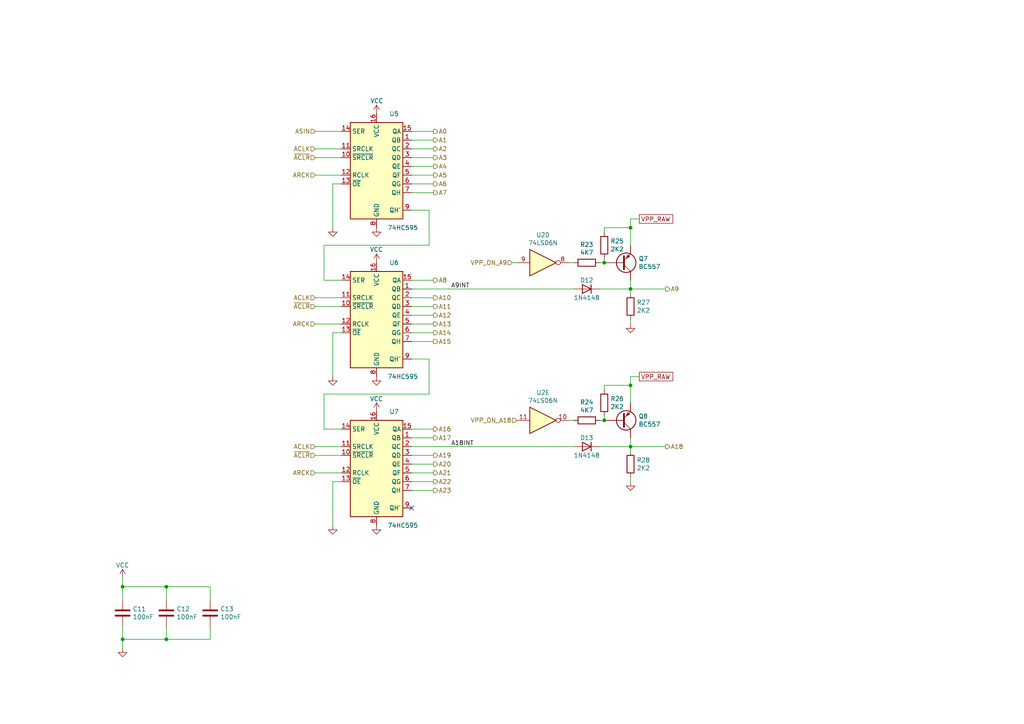
<source format=kicad_sch>
(kicad_sch (version 20211123) (generator eeschema)
  (paper "A4")
  (title_block (title "USB Flash/EPROM Programmer") (date "2022-04-27") (rev "v0.1.0 rev.E") (company "Robson Martins") (comment 1 "https://usbflashprog.robsonmartins.com"))
  (lib_symbols
    (symbol "74xx:74HC595"
      (property "Reference" "U" (at -7.62 13.97 0))
      (property "Value" "74HC595" (at -7.62 -16.51 0))
      (symbol "74HC595_1_0"
        (pin tri_state line (at 10.16 7.62 180) (length 2.54) (name "QB") (number "1"))
        (pin input line (at -10.16 2.54 0) (length 2.54) (name "~{SRCLR}") (number "10"))
        (pin input line (at -10.16 5.08 0) (length 2.54) (name "SRCLK") (number "11"))
        (pin input line (at -10.16 -2.54 0) (length 2.54) (name "RCLK") (number "12"))
        (pin input line (at -10.16 -5.08 0) (length 2.54) (name "~{OE}") (number "13"))
        (pin input line (at -10.16 10.16 0) (length 2.54) (name "SER") (number "14"))
        (pin tri_state line (at 10.16 10.16 180) (length 2.54) (name "QA") (number "15"))
        (pin power_in line (at 0 15.24 270) (length 2.54) (name "VCC") (number "16"))
        (pin tri_state line (at 10.16 5.08 180) (length 2.54) (name "QC") (number "2"))
        (pin tri_state line (at 10.16 2.54 180) (length 2.54) (name "QD") (number "3"))
        (pin tri_state line (at 10.16 0 180) (length 2.54) (name "QE") (number "4"))
        (pin tri_state line (at 10.16 -2.54 180) (length 2.54) (name "QF") (number "5"))
        (pin tri_state line (at 10.16 -5.08 180) (length 2.54) (name "QG") (number "6"))
        (pin tri_state line (at 10.16 -7.62 180) (length 2.54) (name "QH") (number "7"))
        (pin power_in line (at 0 -17.78 90) (length 2.54) (name "GND") (number "8"))
        (pin output line (at 10.16 -12.7 180) (length 2.54) (name "QH'") (number "9"))
      )
      (symbol "74HC595_1_1"
        (rectangle (start -7.62 12.7) (end 7.62 -15.24) (stroke (width 0.254)) (fill (type background)))
      )
    )
    (symbol "74xx:74LS06N" (pin_names (offset 1.016))
      (property "Reference" "U" (at 0 1.27 0))
      (property "Value" "74LS06N" (at 0 -1.27 0))
      (symbol "74LS06N_1_0"
        (polyline (pts (xy -3.81 3.81) (xy -3.81 -3.81) (xy 3.81 0) (xy -3.81 3.81)) (stroke (width 0.254)) (fill (type background)))
        (pin input line (at -7.62 0 0) (length 3.81) (name "~") (number "1"))
        (pin open_collector inverted (at 7.62 0 180) (length 3.81) (name "~") (number "2"))
      )
      (symbol "74LS06N_2_0"
        (polyline (pts (xy -3.81 3.81) (xy -3.81 -3.81) (xy 3.81 0) (xy -3.81 3.81)) (stroke (width 0.254)) (fill (type background)))
        (pin input line (at -7.62 0 0) (length 3.81) (name "~") (number "3"))
        (pin open_collector inverted (at 7.62 0 180) (length 3.81) (name "~") (number "4"))
      )
      (symbol "74LS06N_3_0"
        (polyline (pts (xy -3.81 3.81) (xy -3.81 -3.81) (xy 3.81 0) (xy -3.81 3.81)) (stroke (width 0.254)) (fill (type background)))
        (pin input line (at -7.62 0 0) (length 3.81) (name "~") (number "5"))
        (pin open_collector inverted (at 7.62 0 180) (length 3.81) (name "~") (number "6"))
      )
      (symbol "74LS06N_4_0"
        (polyline (pts (xy -3.81 3.81) (xy -3.81 -3.81) (xy 3.81 0) (xy -3.81 3.81)) (stroke (width 0.254)) (fill (type background)))
        (pin open_collector inverted (at 7.62 0 180) (length 3.81) (name "~") (number "8"))
        (pin input line (at -7.62 0 0) (length 3.81) (name "~") (number "9"))
      )
      (symbol "74LS06N_5_0"
        (polyline (pts (xy -3.81 3.81) (xy -3.81 -3.81) (xy 3.81 0) (xy -3.81 3.81)) (stroke (width 0.254)) (fill (type background)))
        (pin open_collector inverted (at 7.62 0 180) (length 3.81) (name "~") (number "10"))
        (pin input line (at -7.62 0 0) (length 3.81) (name "~") (number "11"))
      )
      (symbol "74LS06N_6_0"
        (polyline (pts (xy -3.81 3.81) (xy -3.81 -3.81) (xy 3.81 0) (xy -3.81 3.81)) (stroke (width 0.254)) (fill (type background)))
        (pin open_collector inverted (at 7.62 0 180) (length 3.81) (name "~") (number "12"))
        (pin input line (at -7.62 0 0) (length 3.81) (name "~") (number "13"))
      )
      (symbol "74LS06N_7_0"
        (pin power_in line (at 0 12.7 270) (length 5.08) (name "VCC") (number "14"))
        (pin power_in line (at 0 -12.7 90) (length 5.08) (name "GND") (number "7"))
      )
      (symbol "74LS06N_7_1"
        (rectangle (start -5.08 7.62) (end 5.08 -7.62) (stroke (width 0.254)) (fill (type background)))
      )
    )
    (symbol "BC557_1" (pin_numbers hide) (pin_names (offset 0) hide)
      (property "Reference" "Q" (at 5.08 1.905 0))
      (property "Value" "BC557_1" (at 5.08 0 0))
      (symbol "BC557_1_0_1"
        (polyline (pts (xy 0.635 0.635) (xy 2.54 2.54)))
        (polyline (pts (xy 0.635 -0.635) (xy 2.54 -2.54) (xy 2.54 -2.54)))
        (polyline (pts (xy 0.635 1.905) (xy 0.635 -1.905) (xy 0.635 -1.905)) (stroke (width 0.508)))
        (polyline (pts (xy 2.286 -1.778) (xy 1.778 -2.286) (xy 1.27 -1.27) (xy 2.286 -1.778) (xy 2.286 -1.778)) (fill (type outline)))
        (circle (center 1.27 0) (radius 2.8194) (stroke (width 0.254)))
      )
      (symbol "BC557_1_1_1"
        (pin passive line (at 2.54 5.08 270) (length 2.54) (name "C") (number "1"))
        (pin input line (at -5.08 0 0) (length 5.715) (name "B") (number "2"))
        (pin passive line (at 2.54 -5.08 90) (length 2.54) (name "E") (number "3"))
      )
    )
    (symbol "Device:C" (pin_numbers hide) (pin_names (offset 0.254))
      (property "Reference" "C" (at 0.635 2.54 0))
      (property "Value" "C" (at 0.635 -2.54 0))
      (symbol "C_0_1"
        (polyline (pts (xy -2.032 -0.762) (xy 2.032 -0.762)) (stroke (width 0.508)))
        (polyline (pts (xy -2.032 0.762) (xy 2.032 0.762)) (stroke (width 0.508)))
      )
      (symbol "C_1_1"
        (pin passive line (at 0 3.81 270) (length 2.794) (name "~") (number "1"))
        (pin passive line (at 0 -3.81 90) (length 2.794) (name "~") (number "2"))
      )
    )
    (symbol "Device:R" (pin_numbers hide) (pin_names (offset 0))
      (property "Reference" "R" (at 2.032 0 90))
      (property "Value" "R" (at 0 0 90))
      (symbol "R_0_1"
        (rectangle (start -1.016 -2.54) (end 1.016 2.54) (stroke (width 0.254)))
      )
      (symbol "R_1_1"
        (pin passive line (at 0 3.81 270) (length 1.27) (name "~") (number "1"))
        (pin passive line (at 0 -3.81 90) (length 1.27) (name "~") (number "2"))
      )
    )
    (symbol "Diode:1N4148" (pin_numbers hide) (pin_names (offset 1.016) hide)
      (property "Reference" "D" (at 0 2.54 0))
      (property "Value" "1N4148" (at 0 -2.54 0))
      (symbol "1N4148_0_1"
        (polyline (pts (xy -1.27 1.27) (xy -1.27 -1.27)) (stroke (width 0.254)))
        (polyline (pts (xy 1.27 0) (xy -1.27 0)))
        (polyline (pts (xy 1.27 1.27) (xy 1.27 -1.27) (xy -1.27 0) (xy 1.27 1.27)) (stroke (width 0.254)))
      )
      (symbol "1N4148_1_1"
        (pin passive line (at -3.81 0 0) (length 2.54) (name "K") (number "1"))
        (pin passive line (at 3.81 0 180) (length 2.54) (name "A") (number "2"))
      )
    )
    (symbol "Transistor_BJT:BC557" (pin_numbers hide) (pin_names (offset 0) hide)
      (property "Reference" "Q" (at 5.08 1.905 0))
      (property "Value" "BC557" (at 5.08 0 0))
      (symbol "BC557_0_1"
        (polyline (pts (xy 0.635 0.635) (xy 2.54 2.54)))
        (polyline (pts (xy 0.635 -0.635) (xy 2.54 -2.54) (xy 2.54 -2.54)))
        (polyline (pts (xy 0.635 1.905) (xy 0.635 -1.905) (xy 0.635 -1.905)) (stroke (width 0.508)))
        (polyline (pts (xy 2.286 -1.778) (xy 1.778 -2.286) (xy 1.27 -1.27) (xy 2.286 -1.778) (xy 2.286 -1.778)) (fill (type outline)))
        (circle (center 1.27 0) (radius 2.8194) (stroke (width 0.254)))
      )
      (symbol "BC557_1_1"
        (pin passive line (at 2.54 5.08 270) (length 2.54) (name "C") (number "1"))
        (pin input line (at -5.08 0 0) (length 5.715) (name "B") (number "2"))
        (pin passive line (at 2.54 -5.08 90) (length 2.54) (name "E") (number "3"))
      )
    )
    (symbol "power:GND" (power) (pin_names (offset 0))
      (property "Value" "GND" (at 0 -3.81 0))
      (symbol "GND_0_1"
        (polyline (pts (xy 0 0) (xy 0 -1.27) (xy 1.27 -1.27) (xy 0 -2.54) (xy -1.27 -1.27) (xy 0 -1.27)))
      )
      (symbol "GND_1_1"
        (pin power_in line (at 0 0 270) (length 0) hide (name "GND") (number "1"))
      )
    )
    (symbol "power:VCC" (power) (pin_names (offset 0))
      (property "Value" "VCC" (at 0 3.81 0))
      (symbol "VCC_0_1"
        (polyline (pts (xy -0.762 1.27) (xy 0 2.54)))
        (polyline (pts (xy 0 0) (xy 0 2.54)))
        (polyline (pts (xy 0 2.54) (xy 0.762 1.27)))
      )
      (symbol "VCC_1_1"
        (pin power_in line (at 0 0 90) (length 0) hide (name "VCC") (number "1"))
      )
    )
  )
  (junction (at 48.26 185.42))
  (junction (at 35.56 185.42))
  (junction (at 182.88 83.82))
  (junction (at 175.26 76.2))
  (junction (at 35.56 170.18))
  (junction (at 182.88 129.54))
  (junction (at 48.26 170.18))
  (junction (at 175.26 121.92))
  (junction (at 182.88 66.04))
  (junction (at 182.88 111.76))
  (no_connect (at 119.38 147.32))
  (wire (pts (xy 119.38 91.44) (xy 125.73 91.44)))
  (wire (pts (xy 119.38 129.54) (xy 166.37 129.54)))
  (wire (pts (xy 119.38 142.24) (xy 125.73 142.24)))
  (wire (pts (xy 119.38 134.62) (xy 125.73 134.62)))
  (wire (pts (xy 119.38 86.36) (xy 125.73 86.36)))
  (wire (pts (xy 119.38 55.88) (xy 125.73 55.88)))
  (wire (pts (xy 119.38 124.46) (xy 125.73 124.46)))
  (wire (pts (xy 119.38 43.18) (xy 125.73 43.18)))
  (wire (pts (xy 173.99 121.92) (xy 175.26 121.92)))
  (wire (pts (xy 124.46 71.12) (xy 124.46 60.96)))
  (wire (pts (xy 96.52 96.52) (xy 99.06 96.52)))
  (wire (pts (xy 91.44 132.08) (xy 99.06 132.08)))
  (wire (pts (xy 96.52 109.22) (xy 96.52 96.52)))
  (wire (pts (xy 175.26 111.76) (xy 182.88 111.76)))
  (wire (pts (xy 182.88 129.54) (xy 182.88 130.81)))
  (wire (pts (xy 93.98 71.12) (xy 124.46 71.12)))
  (wire (pts (xy 119.38 38.1) (xy 125.73 38.1)))
  (wire (pts (xy 35.56 187.96) (xy 35.56 185.42)))
  (wire (pts (xy 60.96 185.42) (xy 60.96 181.61)))
  (wire (pts (xy 119.38 93.98) (xy 125.73 93.98)))
  (wire (pts (xy 91.44 86.36) (xy 99.06 86.36)))
  (wire (pts (xy 35.56 170.18) (xy 35.56 167.64)))
  (wire (pts (xy 119.38 127) (xy 125.73 127)))
  (wire (pts (xy 91.44 129.54) (xy 99.06 129.54)))
  (wire (pts (xy 182.88 138.43) (xy 182.88 139.7)))
  (wire (pts (xy 173.99 129.54) (xy 182.88 129.54)))
  (wire (pts (xy 35.56 170.18) (xy 48.26 170.18)))
  (wire (pts (xy 182.88 83.82) (xy 193.04 83.82)))
  (wire (pts (xy 119.38 137.16) (xy 125.73 137.16)))
  (wire (pts (xy 124.46 60.96) (xy 119.38 60.96)))
  (wire (pts (xy 60.96 173.99) (xy 60.96 170.18)))
  (wire (pts (xy 175.26 66.04) (xy 182.88 66.04)))
  (wire (pts (xy 93.98 124.46) (xy 99.06 124.46)))
  (wire (pts (xy 35.56 185.42) (xy 35.56 181.61)))
  (wire (pts (xy 93.98 114.3) (xy 93.98 124.46)))
  (wire (pts (xy 119.38 45.72) (xy 125.73 45.72)))
  (wire (pts (xy 35.56 173.99) (xy 35.56 170.18)))
  (wire (pts (xy 175.26 113.03) (xy 175.26 111.76)))
  (wire (pts (xy 182.88 111.76) (xy 182.88 109.22)))
  (wire (pts (xy 119.38 88.9) (xy 125.73 88.9)))
  (wire (pts (xy 182.88 83.82) (xy 182.88 85.09)))
  (wire (pts (xy 91.44 50.8) (xy 99.06 50.8)))
  (wire (pts (xy 91.44 93.98) (xy 99.06 93.98)))
  (wire (pts (xy 119.38 83.82) (xy 166.37 83.82)))
  (wire (pts (xy 119.38 53.34) (xy 125.73 53.34)))
  (wire (pts (xy 35.56 185.42) (xy 48.26 185.42)))
  (wire (pts (xy 148.59 76.2) (xy 149.86 76.2)))
  (wire (pts (xy 48.26 173.99) (xy 48.26 170.18)))
  (wire (pts (xy 96.52 152.4) (xy 96.52 139.7)))
  (wire (pts (xy 91.44 137.16) (xy 99.06 137.16)))
  (wire (pts (xy 175.26 120.65) (xy 175.26 121.92)))
  (wire (pts (xy 99.06 81.28) (xy 93.98 81.28)))
  (wire (pts (xy 182.88 111.76) (xy 182.88 116.84)))
  (wire (pts (xy 119.38 104.14) (xy 124.46 104.14)))
  (wire (pts (xy 91.44 38.1) (xy 99.06 38.1)))
  (wire (pts (xy 173.99 76.2) (xy 175.26 76.2)))
  (wire (pts (xy 165.1 76.2) (xy 166.37 76.2)))
  (wire (pts (xy 91.44 43.18) (xy 99.06 43.18)))
  (wire (pts (xy 119.38 40.64) (xy 125.73 40.64)))
  (wire (pts (xy 119.38 50.8) (xy 125.73 50.8)))
  (wire (pts (xy 119.38 132.08) (xy 125.73 132.08)))
  (wire (pts (xy 91.44 45.72) (xy 99.06 45.72)))
  (wire (pts (xy 119.38 96.52) (xy 125.73 96.52)))
  (wire (pts (xy 96.52 53.34) (xy 99.06 53.34)))
  (wire (pts (xy 119.38 139.7) (xy 125.73 139.7)))
  (wire (pts (xy 91.44 88.9) (xy 99.06 88.9)))
  (wire (pts (xy 48.26 181.61) (xy 48.26 185.42)))
  (wire (pts (xy 165.1 121.92) (xy 166.37 121.92)))
  (wire (pts (xy 173.99 83.82) (xy 182.88 83.82)))
  (wire (pts (xy 182.88 66.04) (xy 182.88 63.5)))
  (wire (pts (xy 182.88 92.71) (xy 182.88 93.98)))
  (wire (pts (xy 119.38 48.26) (xy 125.73 48.26)))
  (wire (pts (xy 175.26 74.93) (xy 175.26 76.2)))
  (wire (pts (xy 48.26 185.42) (xy 60.96 185.42)))
  (wire (pts (xy 124.46 104.14) (xy 124.46 114.3)))
  (wire (pts (xy 93.98 81.28) (xy 93.98 71.12)))
  (wire (pts (xy 182.88 109.22) (xy 185.42 109.22)))
  (wire (pts (xy 96.52 139.7) (xy 99.06 139.7)))
  (wire (pts (xy 175.26 67.31) (xy 175.26 66.04)))
  (wire (pts (xy 182.88 127) (xy 182.88 129.54)))
  (wire (pts (xy 48.26 170.18) (xy 60.96 170.18)))
  (wire (pts (xy 182.88 129.54) (xy 193.04 129.54)))
  (wire (pts (xy 96.52 66.04) (xy 96.52 53.34)))
  (wire (pts (xy 119.38 99.06) (xy 125.73 99.06)))
  (wire (pts (xy 119.38 81.28) (xy 125.73 81.28)))
  (wire (pts (xy 182.88 81.28) (xy 182.88 83.82)))
  (wire (pts (xy 182.88 63.5) (xy 185.42 63.5)))
  (wire (pts (xy 182.88 66.04) (xy 182.88 71.12)))
  (wire (pts (xy 124.46 114.3) (xy 93.98 114.3)))
  (label "A18INT" (at 130.81 129.54 0))
  (label "A9INT" (at 130.81 83.82 0))
  (global_label "VPP_RAW" (shape passive) (at 185.42 109.22 0) (property "Intersheet References" "${INTERSHEET_REFS}" (effects hide)))
  (global_label "VPP_RAW" (shape passive) (at 185.42 63.5 0) (property "Intersheet References" "${INTERSHEET_REFS}" (effects hide)))
  (hierarchical_label "A4" (shape output) (at 125.73 48.26 0))
  (hierarchical_label "ACLK" (shape input) (at 91.44 86.36 180))
  (hierarchical_label "A1" (shape output) (at 125.73 40.64 0))
  (hierarchical_label "ARCK" (shape input) (at 91.44 137.16 180))
  (hierarchical_label "A23" (shape output) (at 125.73 142.24 0))
  (hierarchical_label "~{ACLR}" (shape input) (at 91.44 45.72 180))
  (hierarchical_label "ASIN" (shape input) (at 91.44 38.1 180))
  (hierarchical_label "ARCK" (shape input) (at 91.44 93.98 180))
  (hierarchical_label "ARCK" (shape input) (at 91.44 50.8 180))
  (hierarchical_label "A14" (shape output) (at 125.73 96.52 0))
  (hierarchical_label "A12" (shape output) (at 125.73 91.44 0))
  (hierarchical_label "A9" (shape output) (at 193.04 83.82 0))
  (hierarchical_label "A19" (shape output) (at 125.73 132.08 0))
  (hierarchical_label "A11" (shape output) (at 125.73 88.9 0))
  (hierarchical_label "A10" (shape output) (at 125.73 86.36 0))
  (hierarchical_label "A6" (shape output) (at 125.73 53.34 0))
  (hierarchical_label "VPP_ON_A18" (shape input) (at 149.86 121.92 180))
  (hierarchical_label "A21" (shape output) (at 125.73 137.16 0))
  (hierarchical_label "A18" (shape output) (at 193.04 129.54 0))
  (hierarchical_label "~{ACLR}" (shape input) (at 91.44 132.08 180))
  (hierarchical_label "A5" (shape output) (at 125.73 50.8 0))
  (hierarchical_label "A22" (shape output) (at 125.73 139.7 0))
  (hierarchical_label "A3" (shape output) (at 125.73 45.72 0))
  (hierarchical_label "A0" (shape output) (at 125.73 38.1 0))
  (hierarchical_label "A16" (shape output) (at 125.73 124.46 0))
  (hierarchical_label "A20" (shape output) (at 125.73 134.62 0))
  (hierarchical_label "ACLK" (shape input) (at 91.44 129.54 180))
  (hierarchical_label "A8" (shape output) (at 125.73 81.28 0))
  (hierarchical_label "A15" (shape output) (at 125.73 99.06 0))
  (hierarchical_label "A13" (shape output) (at 125.73 93.98 0))
  (hierarchical_label "A17" (shape output) (at 125.73 127 0))
  (hierarchical_label "VPP_ON_A9" (shape input) (at 148.59 76.2 180))
  (hierarchical_label "A2" (shape output) (at 125.73 43.18 0))
  (hierarchical_label "ACLK" (shape input) (at 91.44 43.18 180))
  (hierarchical_label "A7" (shape output) (at 125.73 55.88 0))
  (hierarchical_label "~{ACLR}" (shape input) (at 91.44 88.9 180))
  (symbol (lib_id "74xx:74HC595") (at 109.22 48.26 0) (unit 1)
    (property "Reference" "U5" (at 114.3 33.02 0))
    (property "Value" "74HC595" (at 116.84 66.04 0))
    (property "Footprint" "Package_DIP:DIP-16_W7.62mm" (effects hide))
    (property "Datasheet" "http://www.ti.com/lit/ds/symlink/sn74hc595.pdf" (effects hide))
  )
  (symbol (lib_id "74xx:74HC595") (at 109.22 91.44 0) (unit 1)
    (property "Reference" "U6" (at 114.3 76.2 0))
    (property "Value" "74HC595" (at 116.84 109.22 0))
    (property "Footprint" "Package_DIP:DIP-16_W7.62mm" (effects hide))
    (property "Datasheet" "http://www.ti.com/lit/ds/symlink/sn74hc595.pdf" (effects hide))
  )
  (symbol (lib_id "74xx:74HC595") (at 109.22 134.62 0) (unit 1)
    (property "Reference" "U7" (at 114.3 119.38 0))
    (property "Value" "74HC595" (at 116.84 152.4 0))
    (property "Footprint" "Package_DIP:DIP-16_W7.62mm" (effects hide))
    (property "Datasheet" "http://www.ti.com/lit/ds/symlink/sn74hc595.pdf" (effects hide))
  )
  (symbol (lib_id "power:GND") (at 109.22 66.04 0) (unit 1)
    (property "Reference" "#PWR0101" (effects hide))
    (property "Value" "GND" (effects hide))
  )
  (symbol (lib_id "power:GND") (at 109.22 109.22 0) (unit 1)
    (property "Reference" "#PWR0102" (effects hide))
    (property "Value" "GND" (effects hide))
  )
  (symbol (lib_id "power:GND") (at 109.22 152.4 0) (unit 1)
    (property "Reference" "#PWR0103" (effects hide))
    (property "Value" "GND" (effects hide))
  )
  (symbol (lib_id "power:GND") (at 96.52 152.4 0) (unit 1)
    (property "Reference" "#PWR0104" (effects hide))
    (property "Value" "GND" (effects hide))
  )
  (symbol (lib_id "power:GND") (at 96.52 109.22 0) (unit 1)
    (property "Reference" "#PWR0105" (effects hide))
    (property "Value" "GND" (effects hide))
  )
  (symbol (lib_id "power:GND") (at 96.52 66.04 0) (unit 1)
    (property "Reference" "#PWR0106" (effects hide))
    (property "Value" "GND" (effects hide))
  )
  (symbol (lib_id "power:VCC") (at 109.22 33.02 0) (unit 1)
    (property "Reference" "#PWR0107" (effects hide))
    (property "Value" "VCC" (at 109.2962 29.2608 0))
  )
  (symbol (lib_id "power:VCC") (at 109.22 76.2 0) (unit 1)
    (property "Reference" "#PWR0108" (effects hide))
    (property "Value" "VCC" (at 109.1946 72.3646 0))
  )
  (symbol (lib_id "power:VCC") (at 109.22 119.38 0) (unit 1)
    (property "Reference" "#PWR0109" (effects hide))
    (property "Value" "VCC" (at 109.1946 115.697 0))
  )
  (symbol (lib_id "Device:C") (at 35.56 177.8 0) (unit 1)
    (property "Reference" "C11" (at 38.481 176.6316 0) (effects (justify left)))
    (property "Value" "100nF" (at 38.481 178.943 0) (effects (justify left)))
    (property "Footprint" "Capacitor_THT:C_Disc_D6.0mm_W2.5mm_P5.00mm" (effects hide))
  )
  (symbol (lib_id "power:GND") (at 35.56 187.96 0) (unit 1)
    (property "Reference" "#PWR051" (effects hide))
    (property "Value" "GND" (effects hide))
  )
  (symbol (lib_id "power:VCC") (at 35.56 167.64 0) (unit 1)
    (property "Reference" "#PWR050" (effects hide))
    (property "Value" "VCC" (at 35.5346 163.957 0))
  )
  (symbol (lib_id "Device:C") (at 48.26 177.8 0) (unit 1)
    (property "Reference" "C12" (at 51.181 176.6316 0) (effects (justify left)))
    (property "Value" "100nF" (at 51.181 178.943 0) (effects (justify left)))
    (property "Footprint" "Capacitor_THT:C_Disc_D6.0mm_W2.5mm_P5.00mm" (effects hide))
  )
  (symbol (lib_id "Device:C") (at 60.96 177.8 0) (unit 1)
    (property "Reference" "C13" (at 63.881 176.6316 0) (effects (justify left)))
    (property "Value" "100nF" (at 63.881 178.943 0) (effects (justify left)))
    (property "Footprint" "Capacitor_THT:C_Disc_D6.0mm_W2.5mm_P5.00mm" (effects hide))
  )
  (symbol (lib_id "74xx:74LS06N") (at 157.48 76.2 0) (unit 4)
    (property "Reference" "U2" (at 157.48 68.1482 0))
    (property "Value" "74LS06N" (at 157.48 70.4596 0))
    (property "Footprint" "Package_DIP:DIP-14_W7.62mm" (effects hide))
    (property "Datasheet" "http://www.ti.com/lit/gpn/sn74LS06N" (effects hide))
  )
  (symbol (lib_id "74xx:74LS06N") (at 157.48 121.92 0) (unit 5)
    (property "Reference" "U2" (at 157.48 113.8682 0))
    (property "Value" "74LS06N" (at 157.48 116.1796 0))
    (property "Footprint" "Package_DIP:DIP-14_W7.62mm" (effects hide))
    (property "Datasheet" "http://www.ti.com/lit/gpn/sn74LS06N" (effects hide))
  )
  (symbol (lib_id "Device:R") (at 170.18 76.2 90) (unit 1)
    (property "Reference" "R23" (at 170.18 70.9422 90))
    (property "Value" "4K7" (at 170.18 73.2536 90))
    (property "Footprint" "Resistor_THT:R_Axial_DIN0207_L6.3mm_D2.5mm_P10.16mm_Horizontal" (effects hide))
  )
  (symbol (lib_id "Device:R") (at 175.26 71.12 0) (unit 1)
    (property "Reference" "R25" (at 177.038 69.9516 0) (effects (justify left)))
    (property "Value" "2K2" (at 177.038 72.263 0) (effects (justify left)))
    (property "Footprint" "Resistor_THT:R_Axial_DIN0207_L6.3mm_D2.5mm_P10.16mm_Horizontal" (effects hide))
  )
  (symbol (lib_id "Device:R") (at 182.88 88.9 0) (unit 1)
    (property "Reference" "R27" (at 184.658 87.7316 0) (effects (justify left)))
    (property "Value" "2K2" (at 184.658 90.043 0) (effects (justify left)))
    (property "Footprint" "Resistor_THT:R_Axial_DIN0207_L6.3mm_D2.5mm_P10.16mm_Horizontal" (effects hide))
  )
  (symbol (lib_id "Diode:1N4148") (at 170.18 83.82 180) (unit 1)
    (property "Reference" "D12" (at 170.18 81.28 0))
    (property "Value" "1N4148" (at 170.18 86.36 0))
    (property "Footprint" "Diode_THT:D_DO-35_SOD27_P7.62mm_Horizontal" (effects hide))
    (property "Datasheet" "https://assets.nexperia.com/documents/data-sheet/1N4148_1N4448.pdf" (effects hide))
  )
  (symbol (lib_name "BC557_1") (lib_id "Transistor_BJT:BC557") (at 180.34 76.2 0) (mirror x) (unit 1)
    (property "Reference" "Q7" (at 185.1914 75.0316 0) (effects (justify left)))
    (property "Value" "BC557" (at 185.1914 77.343 0) (effects (justify left)))
    (property "Footprint" "Package_TO_SOT_THT:TO-92_Inline_Wide" (effects hide))
    (property "Datasheet" "https://www.onsemi.com/pub/Collateral/BC556BTA-D.pdf" (effects hide))
  )
  (symbol (lib_id "power:GND") (at 182.88 93.98 0) (unit 1)
    (property "Reference" "#PWR0110" (effects hide))
    (property "Value" "GND" (effects hide))
  )
  (symbol (lib_id "Device:R") (at 170.18 121.92 90) (unit 1)
    (property "Reference" "R24" (at 170.18 116.6622 90))
    (property "Value" "4K7" (at 170.18 118.9736 90))
    (property "Footprint" "Resistor_THT:R_Axial_DIN0207_L6.3mm_D2.5mm_P10.16mm_Horizontal" (effects hide))
  )
  (symbol (lib_id "Device:R") (at 175.26 116.84 0) (unit 1)
    (property "Reference" "R26" (at 177.038 115.6716 0) (effects (justify left)))
    (property "Value" "2K2" (at 177.038 117.983 0) (effects (justify left)))
    (property "Footprint" "Resistor_THT:R_Axial_DIN0207_L6.3mm_D2.5mm_P10.16mm_Horizontal" (effects hide))
  )
  (symbol (lib_id "Device:R") (at 182.88 134.62 0) (unit 1)
    (property "Reference" "R28" (at 184.658 133.4516 0) (effects (justify left)))
    (property "Value" "2K2" (at 184.658 135.763 0) (effects (justify left)))
    (property "Footprint" "Resistor_THT:R_Axial_DIN0207_L6.3mm_D2.5mm_P10.16mm_Horizontal" (effects hide))
  )
  (symbol (lib_id "Diode:1N4148") (at 170.18 129.54 180) (unit 1)
    (property "Reference" "D13" (at 170.18 127 0))
    (property "Value" "1N4148" (at 170.18 132.08 0))
    (property "Footprint" "Diode_THT:D_DO-35_SOD27_P7.62mm_Horizontal" (effects hide))
    (property "Datasheet" "https://assets.nexperia.com/documents/data-sheet/1N4148_1N4448.pdf" (effects hide))
  )
  (symbol (lib_id "Transistor_BJT:BC557") (at 180.34 121.92 0) (mirror x) (unit 1)
    (property "Reference" "Q8" (at 185.1914 120.7516 0) (effects (justify left)))
    (property "Value" "BC557" (at 185.1914 123.063 0) (effects (justify left)))
    (property "Footprint" "Package_TO_SOT_THT:TO-92_Inline_Wide" (effects hide))
    (property "Datasheet" "https://www.onsemi.com/pub/Collateral/BC556BTA-D.pdf" (effects hide))
  )
  (symbol (lib_id "power:GND") (at 182.88 139.7 0) (unit 1)
    (property "Reference" "#PWR0111" (effects hide))
    (property "Value" "GND" (effects hide))
  )
)
</source>
